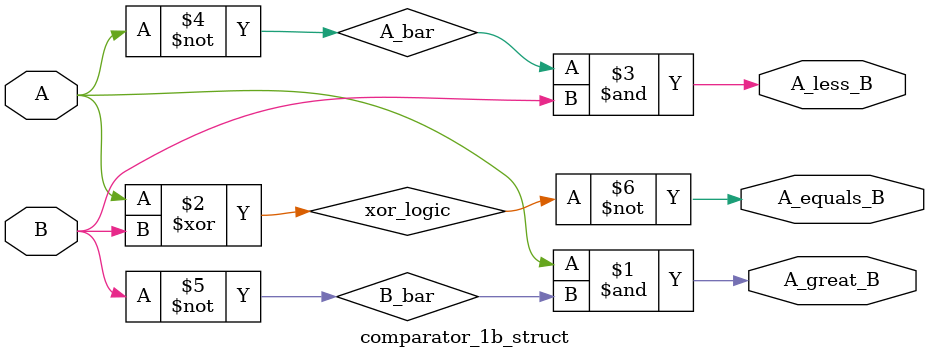
<source format=v>
`timescale 1ns / 1ps
`default_nettype none


module comparator_1b_struct(
    input wire A,B,
    output wire A_great_B,A_equals_B,A_less_B
    );
    
    wire A_bar,B_bar,xor_logic;
    
    not(A_bar,A);
    not(B_bar,B);
    and(A_great_B,A,B_bar);
    xor(xor_logic,A,B);
    not(A_equals_B,xor_logic);
    and(A_less_B,A_bar,B);
    
    
endmodule

</source>
